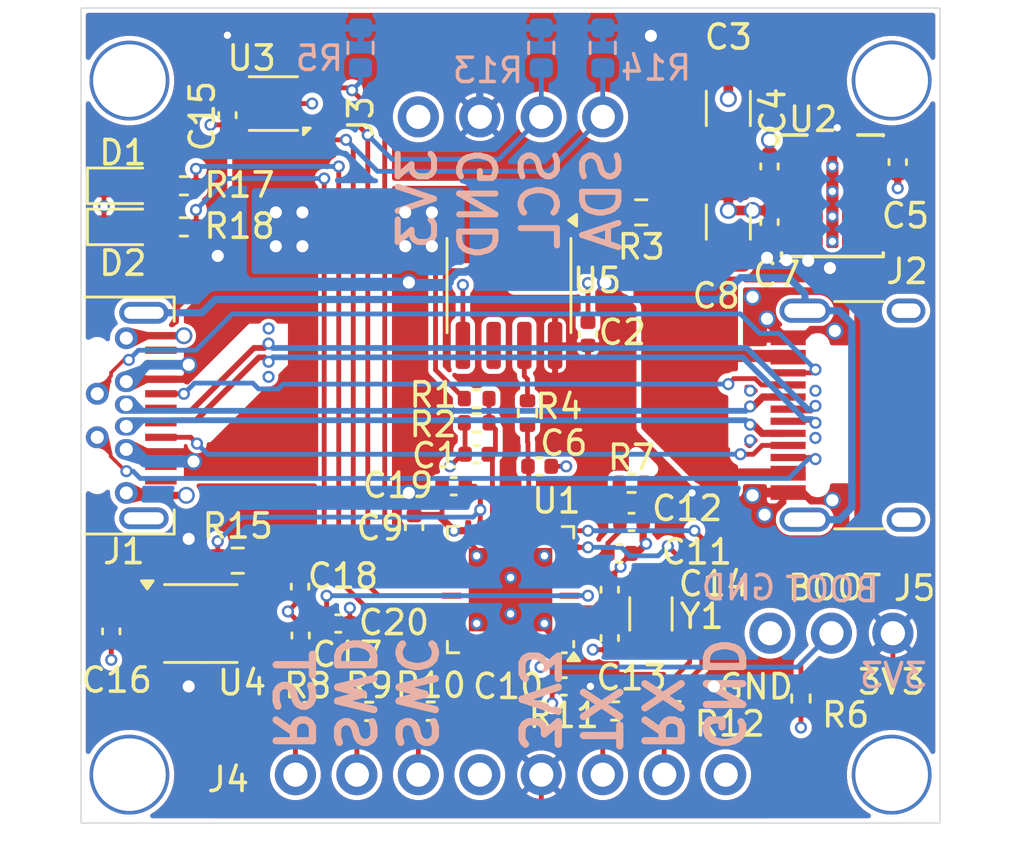
<source format=kicad_pcb>
(kicad_pcb (version 20241229) (generator "pcbnew") (generator_version "9.0")
  (layers (0 "F.Cu" signal) (4 "In1.Cu" signal) (6 "In2.Cu" signal) (2 "B.Cu" signal) (13 "F.Paste" user) (15 "B.Paste" user) (5 "F.SilkS" user "F.Silkscreen") (7 "B.SilkS" user "B.Silkscreen") (1 "F.Mask" user) (3 "B.Mask" user) (25 "Edge.Cuts" user))
  (net 0 "")
  (net 1 "/VSense")
  (net 2 "GND")
  (net 3 "+3V3")
  (net 4 "/VBus")
  (net 5 "Net-(U1-PC14)")
  (net 6 "Net-(U1-PC15)")
  (net 7 "Net-(U4-Trim{slash}NR)")
  (net 8 "Net-(C18-Pad1)")
  (net 9 "/VRef")
  (net 10 "Net-(D1-A)")
  (net 11 "Net-(D2-A)")
  (net 19 "/SBU1")
  (net 20 "/CC2")
  (net 21 "Earth")
  (net 22 "/SCL")
  (net 23 "Net-(J4-Pin_1)")
  (net 24 "Net-(J4-Pin_3)")
  (net 25 "Net-(J4-Pin_7)")
  (net 27 "Net-(J4-Pin_2)")
  (net 28 "Net-(J4-Pin_6)")
  (net 29 "/BOOT0")
  (net 30 "/RESET")
  (net 31 "/SWDIO")
  (net 32 "/SWCLK")
  (net 33 "/SERTX")
  (net 34 "/SERRX")
  (net 35 "/SDA")
  (net 36 "/Green")
  (net 37 "/Red")
  (net 42 "/Alert")
  (net 44 "/ISense")
  (net 54 "/SBU2")
  (net 55 "/CC1")
  (net 61 "/DB+")
  (net 62 "/DA+")
  (net 63 "/DB-")
  (net 64 "/DA-")
  (net 65 "/Vout")
  (net 67 "/Vdda")
  (net 68 "/PVcc")
  (net 69 "/VBusFilt")
  (net 70 "Net-(U5-VIOUT)")
  (footprint "Crystal:Crystal_SMD_3215-2Pin_3.2x1.5mm" (layer "F.Cu") (at 105.8 108.2 -90)
    (property "Reference" "Y1")
    (property "Value" "32768Hz")
  )
  (footprint "Capacitor_SMD:C_0402_1005Metric" (layer "F.Cu") (at 97.65 102.925 180)
    (property "Reference" "C19")
    (property "Value" "1u")
  )
  (footprint "Resistor_SMD:R_0402_1005Metric" (layer "F.Cu") (at 112 111.7 -90)
    (property "Reference" "R6")
    (property "Value" "10k")
  )
  (footprint "Resistor_SMD:R_0402_1005Metric" (layer "F.Cu") (at 98.6 100.3 180)
    (property "Reference" "R2")
    (property "Value" "18k")
  )
  (footprint "Resistor_SMD:R_0402_1005Metric" (layer "F.Cu") (at 98.6 99.3)
    (property "Reference" "R1")
    (property "Value" "100k")
  )
  (footprint "Resistor_SMD:R_0402_1005Metric" (layer "F.Cu") (at 100.7 99.9 90)
    (property "Reference" "R4")
    (property "Value" "220")
  )
  (footprint "Parts:USB_C_Receptacle_16P" (layer "F.Cu") (at 115.295 99.985 90)
    (property "Reference" "J2")
    (property "Value" "USB_C_Receptacle_USB2.0_14P")
  )
  (footprint "Parts:MountingHole_3mm_Pad" (layer "F.Cu") (at 84.25 86.15)
    (property "Reference" "H1" (hide yes))
    (property "Value" "MountingHole_Pad" (hide yes))
  )
  (footprint "Capacitor_SMD:C_0402_1005Metric" (layer "F.Cu") (at 104.5 105.7)
    (property "Reference" "C11")
    (property "Value" "0u1")
  )
  (footprint "Parts:PinHeader_1x04_P2.54mm_Vertical" (layer "F.Cu") (at 96.19 87.65 90)
    (property "Reference" "J3")
    (property "Value" "Display")
  )
  (footprint "Parts:MountingHole_3mm_Pad" (layer "F.Cu") (at 84.25 114.85)
    (property "Reference" "H3" (hide yes))
    (property "Value" "MountingHole_Pad" (hide yes))
  )
  (footprint "Parts:WSON-6-1EP_2x2mm_P0.65mm_NoEP" (layer "F.Cu") (at 90.2 87.1 180)
    (property "Reference" "U3")
    (property "Value" "TMP117xxDRV")
  )
  (footprint "Resistor_SMD:R_0402_1005Metric" (layer "F.Cu") (at 105 102.8)
    (property "Reference" "R7")
    (property "Value" "1")
  )
  (footprint "Package_SO:SOIC-8_3.9x4.9mm_P1.27mm" (layer "F.Cu") (at 99.935 94.625 -90)
    (property "Reference" "U5")
    (property "Value" "CC6903")
  )
  (footprint "Capacitor_SMD:C_0402_1005Metric" (layer "F.Cu") (at 116 89.518 -90)
    (property "Reference" "C5")
    (property "Value" "1u")
  )
  (footprint "Capacitor_SMD:C_0402_1005Metric" (layer "F.Cu") (at 83.5 108.925 -90)
    (property "Reference" "C16")
    (property "Value" "1u")
  )
  (footprint "Parts:PinHeader_1x08_P2.54mm_Vertical" (layer "F.Cu") (at 91.11 114.85 90)
    (property "Reference" "J4")
    (property "Value" "Program")
  )
  (footprint "Capacitor_SMD:C_0402_1005Metric" (layer "F.Cu") (at 92.88 108.6)
    (property "Reference" "C20")
    (property "Value" "0u1")
  )
  (footprint "Capacitor_SMD:C_0402_1005Metric" (layer "F.Cu") (at 96.015 104.615 90)
    (property "Reference" "C9")
    (property "Value" "0u1")
  )
  (footprint "Parts:RDN0011A-MFG" (layer "F.Cu") (at 113.3 90.45)
    (property "Reference" "U2")
    (property "Value" "TPSM365R6V3RDNR" (hide yes))
  )
  (footprint "Capacitor_SMD:C_0402_1005Metric" (layer "F.Cu") (at 104.1 107.2 90)
    (property "Reference" "C14")
    (property "Value" "22p")
  )
  (footprint "Package_SO:MSOP-8_3x3mm_P0.65mm" (layer "F.Cu") (at 87.2 108.6)
    (property "Reference" "U4")
    (property "Value" "REF5025ADGK")
  )
  (footprint "Parts:MountingHole_3mm_Pad" (layer "F.Cu") (at 115.75 114.85)
    (property "Reference" "H4" (hide yes))
    (property "Value" "MountingHole_Pad" (hide yes))
  )
  (footprint "Resistor_SMD:R_0402_1005Metric" (layer "F.Cu") (at 106.86 112.205)
    (property "Reference" "R12")
    (property "Value" "100")
  )
  (footprint "Capacitor_SMD:C_0402_1005Metric" (layer "F.Cu") (at 88.3 87.58 -90)
    (property "Reference" "C15")
    (property "Value" "0u1")
  )
  (footprint "Capacitor_SMD:C_0402_1005Metric" (layer "F.Cu") (at 105 104.4)
    (property "Reference" "C12")
    (property "Value" "10u")
  )
  (footprint "Resistor_SMD:R_0603_1608Metric" (layer "F.Cu") (at 105.4 91.6)
    (property "Reference" "R3")
    (property "Value" "0R1")
  )
  (footprint "Resistor_SMD:R_0402_1005Metric" (layer "F.Cu") (at 86.5 92.2 180)
    (property "Reference" "R18")
    (property "Value" "1k")
  )
  (footprint "Resistor_SMD:R_0402_1005Metric" (layer "F.Cu") (at 91.62 112.245)
    (property "Reference" "R8")
    (property "Value" "100")
  )
  (footprint "Capacitor_SMD:C_0402_1005Metric" (layer "F.Cu") (at 103.2 96.62 90)
    (property "Reference" "C2")
    (property "Value" "0u1")
  )
  (footprint "Capacitor_SMD:C_0402_1005Metric" (layer "F.Cu") (at 104.1 109.2 -90)
    (property "Reference" "C13")
    (property "Value" "22p")
  )
  (footprint "Resistor_SMD:R_0402_1005Metric" (layer "F.Cu") (at 96.7 112.225)
    (property "Reference" "R10")
    (property "Value" "100")
  )
  (footprint "Package_DFN_QFN:QFN-32-1EP_5x5mm_P0.5mm_EP3.45x3.45mm" (layer "F.Cu") (at 100 107.2 180)
    (property "Reference" "U1")
    (property "Value" "STM32U031K8Ux")
  )
  (footprint "LED_SMD:LED_0603_1608Metric" (layer "F.Cu") (at 84 90.5)
    (property "Reference" "D1")
    (property "Value" "White")
  )
  (footprint "Capacitor_SMD:C_1206_3216Metric" (layer "F.Cu") (at 109 92 90)
    (property "Reference" "C8")
    (property "Value" "100u")
  )
  (footprint "Capacitor_SMD:C_1206_3216Metric" (layer "F.Cu") (at 109 87.3 90)
    (property "Reference" "C3")
    (property "Value" "4u7")
  )
  (footprint "Resistor_SMD:R_0402_1005Metric" (layer "F.Cu") (at 104.32 112.215)
    (property "Reference" "R11")
    (property "Value" "100")
  )
  (footprint "Capacitor_SMD:C_0402_1005Metric" (layer "F.Cu") (at 91.3 107.075 -90)
    (property "Reference" "C18")
    (property "Value" "10u")
  )
  (footprint "Resistor_SMD:R_0402_1005Metric" (layer "F.Cu") (at 94.16 112.235)
    (property "Reference" "R9")
    (property "Value" "100")
  )
  (footprint "Resistor_SMD:R_0603_1608Metric" (layer "F.Cu") (at 88.725 106)
    (property "Reference" "R15")
    (property "Value" "1")
  )
  (footprint "Capacitor_SMD:C_0402_1005Metric" (layer "F.Cu") (at 101.2 102.1)
    (property "Reference" "C6")
    (property "Value" "10u")
  )
  (footprint "Capacitor_SMD:C_0402_1005Metric" (layer "F.Cu") (at 98.6 101.6 180)
    (property "Reference" "C1")
    (property "Value" "10u")
  )
  (footprint "Capacitor_SMD:C_0402_1005Metric" (layer "F.Cu") (at 110.7 89.7 90)
    (property "Reference" "C4")
    (property "Value" "0u1")
  )
  (footprint "LED_SMD:LED_0603_1608Metric" (layer "F.Cu") (at 84 92.2)
    (property "Reference" "D2")
    (property "Value" "Red")
  )
  (footprint "Capacitor_SMD:C_0402_1005Metric" (layer "F.Cu") (at 110.7 92 90)
    (property "Reference" "C7")
    (property "Value" "0u1")
  )
  (footprint "Parts:USB-C-male-24-Ass" (layer "F.Cu") (at 82.25 100 -90)
    (property "Reference" "J1")
    (property "Value" "USB_C_Plug")
  )
  (footprint "Parts:PinHeader_1x03_P2.54mm_Vertical" (layer "F.Cu") (at 115.8 109 -90)
    (property "Reference" "J5")
    (property "Value" "Boot")
  )
  (footprint "Capacitor_SMD:C_0402_1005Metric" (layer "F.Cu") (at 102.2 111.2 180)
    (property "Reference" "C10")
    (property "Value" "0u1")
  )
  (footprint "Resistor_SMD:R_0402_1005Metric" (layer "F.Cu") (at 86.5 90.5 180)
    (property "Reference" "R17")
    (property "Value" "1k")
  )
  (footprint "Capacitor_SMD:C_0402_1005Metric" (layer "F.Cu") (at 91.325 109.095 90)
    (property "Reference" "C17")
    (property "Value" "1u")
  )
  (footprint "Parts:MountingHole_3mm_Pad" (layer "B.Cu") (at 115.75 86.15 180)
    (property "Reference" "H2" (hide yes))
    (property "Value" "MountingHole_Pad" (hide yes))
  )
  (footprint "Resistor_SMD:R_0603_1608Metric" (layer "B.Cu") (at 93.8 84.8 -90)
    (property "Reference" "R5")
    (property "Value" "4k7")
  )
  (footprint "Resistor_SMD:R_0603_1608Metric" (layer "B.Cu") (at 103.81 84.8 -90)
    (property "Reference" "R14")
    (property "Value" "4k7")
  )
  (footprint "Resistor_SMD:R_0603_1608Metric" (layer "B.Cu") (at 101.27 84.8 -90)
    (property "Reference" "R13")
    (property "Value" "4k7")
  )
  (gr_rect (start 82.25 83.15) (end 117.75 116.85) (stroke (width 0.05)) (fill no) (layer "Edge.Cuts"))
  (gr_text "3V3" (at 114.265953 111.6 0) (layer "F.SilkS") (effects (font (size 1 1)) (justify left bottom)))
  (gr_text "GND" (at 108.52 111.8 0) (layer "F.SilkS") (effects (font (size 1 1)) (justify left bottom)))
  (gr_text "BOOT" (at 111.363572 107.7 0) (layer "F.SilkS") (effects (font (size 1 1)) (justify left bottom)))
  (gr_text "SCL" (at 102.11375 88.8 90) (layer "B.SilkS") (effects (font (size 1.5 1.5) (thickness 0.25)) (justify left bottom mirror)))
  (gr_text "3V3" (at 97.03375 88.8 90) (layer "B.SilkS") (effects (font (size 1.5 1.5) (thickness 0.25)) (justify left bottom mirror)))
  (gr_text "3V3" (at 100.274 114 270) (layer "B.SilkS") (effects (font (size 1.5 1.5) (thickness 0.3) (bold yes)) (justify left bottom mirror)))
  (gr_text "SDA" (at 104.65375 88.8 90) (layer "B.SilkS") (effects (font (size 1.5 1.5) (thickness 0.25)) (justify left bottom mirror)))
  (gr_text "BOOT" (at 115.313572 107.78 0) (layer "B.SilkS") (effects (font (size 1 1)) (justify left bottom mirror)))
  (gr_text "GND" (at 111.04 107.70175 0) (layer "B.SilkS") (effects (font (size 1 1)) (justify left bottom mirror)))
  (gr_text "TX" (at 102.814 114 270) (layer "B.SilkS") (effects (font (size 1.5 1.5) (thickness 0.3) (bold yes)) (justify left bottom mirror)))
  (gr_text "SWC" (at 95.194 114 270) (layer "B.SilkS") (effects (font (size 1.5 1.5) (thickness 0.3) (bold yes)) (justify left bottom mirror)))
  (gr_text "GND" (at 107.894 114 270) (layer "B.SilkS") (effects (font (size 1.5 1.5) (thickness 0.3) (bold yes)) (justify left bottom mirror)))
  (gr_text "RST" (at 90.114 114 270) (layer "B.SilkS") (effects (font (size 1.5 1.5) (thickness 0.3) (bold yes)) (justify left bottom mirror)))
  (gr_text "RX" (at 105.354 114 270) (layer "B.SilkS") (effects (font (size 1.5 1.5) (thickness 0.3) (bold yes)) (justify left bottom mirror)))
  (gr_text "3V3" (at 117.305953 111.34 0) (layer "B.SilkS") (effects (font (size 1 1)) (justify left bottom mirror)))
  (gr_text "SWD" (at 92.654 114 270) (layer "B.SilkS") (effects (font (size 1.5 1.5) (thickness 0.3) (bold yes)) (justify left bottom mirror)))
  (gr_text "GND" (at 99.57375 88.8 90) (layer "B.SilkS") (effects (font (size 1.5 1.5) (thickness 0.25)) (justify left bottom mirror)))
  (segment (start 99.25 104.7625) (end 99.25 101.725) (width 0.2) (layer "F.Cu") (net 1))
  (segment (start 99.375 101.6) (end 99.375 100.565) (width 0.2) (layer "F.Cu") (net 1))
  (segment (start 99.375 100.565) (end 99.11 100.3) (width 0.2) (layer "F.Cu") (net 1))
  (segment (start 99.11 100.3) (end 99.11 99.3) (width 0.2) (layer "F.Cu") (net 1))
  (segment (start 104.55 106.13) (end 104.98 105.7) (width 0.2) (layer "F.Cu") (net 2))
  (segment (start 110.5 95.985) (end 111.25 96.735) (width 0.4) (layer "F.Cu") (net 2))
  (segment (start 97.17 102.925) (end 97.17 104.23) (width 0.2) (layer "F.Cu") (net 2))
  (segment (start 110 103.3) (end 110.115 103.185) (width 0.4) (layer "F.Cu") (net 2))
  (segment (start 83.5 109.405) (end 83.5 110.1) (width 0.2) (layer "F.Cu") (net 2))
  (segment (start 93.36 108.6) (end 93.36 107.985) (width 0.2) (layer "F.Cu") (net 2))
  (segment (start 87.6 87.98) (end 88.3 87.98) (width 0.2) (layer "F.Cu") (net 2))
  (segment (start 113.074 103.526) (end 112.426 103.526) (width 0.3) (layer "F.Cu") (net 2))
  (segment (start 112 112.21) (end 112 112.9) (width 0.2) (layer "F.Cu") (net 2))
  (segment (start 97.17 104.23) (end 97.15 104.25) (width 0.2) (layer "F.Cu") (net 2))
  (segment (start 110.5 95.9) (end 110.5 95.985) (width 0.3) (layer "F.Cu") (net 2))
  (segment (start 91.3 107.6) (end 90.8 108.1) (width 0.2) (layer "F.Cu") (net 2))
  (segment (start 84.075 109.575) (end 85.0875 109.575) (width 0.2) (layer "F.Cu") (net 2))
  (segment (start 112.556 96.444) (end 112.559 96.441) (width 0.3) (layer "F.Cu") (net 2))
  (segment (start 105.6 105.3) (end 105.48 105.18) (width 0.3) (layer "F.Cu") (net 2))
  (segment (start 101.75 109.15) (end 101.4 108.8) (width 0.2) (layer "F.Cu") (net 2))
  (segment (start 112.085 103.185) (end 111.47 103.185) (width 0.3) (layer "F.Cu") (net 2))
  (segment (start 113.341 96.441) (end 113.4 96.5) (width 0.3) (layer "F.Cu") (net 2))
  (segment (start 112.084347 96.785) (end 112.425347 96.444) (width 0.3) (layer "F.Cu") (net 2))
  (segment (start 101.75 109.6375) (end 101.75 109.15) (width 0.2) (layer "F.Cu") (net 2))
  (segment (start 110.115 103.185) (end 111.47 103.185) (width 0.4) (layer "F.Cu") (net 2))
  (segment (start 112.425347 96.444) (end 112.556 96.444) (width 0.3) (layer "F.Cu") (net 2))
  (segment (start 101.72 110.52) (end 101.75 110.49) (width 0.2) (layer "F.Cu") (net 2))
  (segment (start 104.1 106.7) (end 104.55 106.25) (width 0.2) (layer "F.Cu") (net 2))
  (segment (start 85.55 103.3) (end 84.22 103.3) (width 0.3) (layer "F.Cu") (net 2))
  (segment (start 111.25 103.57257) (end 111.25 103.235) (width 0.3) (layer "F.Cu") (net 2))
  (segment (start 85.525 96.7) (end 86.5 96.7) (width 0.3) (layer "F.Cu") (net 2))
  (segment (start 111.47 96.785) (end 110.355 96.785) (width 0.4) (layer "F.Cu") (net 2))
  (segment (start 101.75 110.49) (end 101.75 109.6375) (width 0.2) (layer "F.Cu") (net 2))
  (segment (start 96.015 104.135) (end 97.035 104.135) (width 0.3) (layer "F.Cu") (net 2))
  (segment (start 98.03 94.695) (end 98.03 97.1) (width 0.2) (layer "F.Cu") (net 2))
  (segment (start 85.55 96.7) (end 84.22 96.7) (width 0.3) (layer "F.Cu") (net 2))
  (segment (start 112.559 96.441) (end 113.341 96.441) (width 0.3) (layer "F.Cu") (net 2))
  (segment (start 101.72 111.2) (end 101.72 110.52) (width 0.2) (layer "F.Cu") (net 2))
  (segment (start 101.72 111.9) (end 101.72 111.2) (width 0.2) (layer "F.Cu") (net 2))
  (segment (start 110 95.1) (end 110.5 95.6) (width 0.3) (layer "F.Cu") (net 2))
  (segment (start 98.25 104.7625) (end 98.25 105.199999) (width 0.2) (layer "F.Cu") (net 2))
  (segment (start 101.68 102.1) (end 102.3 102.1) (width 0.2) (layer "F.Cu") (net 2))
  (segment (start 105.6 105.3) (end 105.2 105.7) (width 0.3) (layer "F.Cu") (net 2))
  (segment (start 112.426 103.526) (end 112.085 103.185) (width 0.3) (layer "F.Cu") (net 2))
  (segment (start 83.905 109.405) (end 84.075 109.575) (width 0.2) (layer "F.Cu") (net 2))
  (segment (start 97.035 104.135) (end 97.6625 104.7625) (width 0.3) (layer "F.Cu") (net 2))
  (segment (start 97.5 102.1) (end 98 101.6) (width 0.2) (layer "F.Cu") (net 2))
  (segment (start 111.47 96.785) (end 112.084347 96.785) (width 0.3) (layer "F.Cu") (net 2))
  (segment (start 110.355 96.785) (end 110 96.43) (width 0.4) (layer "F.Cu") (net 2))
  (segment (start 83.2 92.1125) (end 83.2 90.5875) (width 0.2) (layer "F.Cu") (net 2))
  (segment (start 110.72257 104.1) (end 111.25 103.57257) (width 0.3) (layer "F.Cu") (net 2))
  (segment (start 91.315 108.615) (end 90.8 108.1) (width 0.2) (layer "F.Cu") (net 2))
  (segment (start 104.1 109.68) (end 103.4 109.68) (width 0.2) (layer "F.Cu") (net 2))
  (segment (start 105.2 105.7) (end 104.98 105.7) (width 0.3) (layer "F.Cu") (net 2))
  (segment (start 104.55 106.25) (end 104.55 106.13) (width 0.2) (layer "F.Cu") (net 2))
  (segment (start 105.48 105.18) (end 105.48 104.4) (width 0.3) (layer "F.Cu") (net 2))
  (segment (start 109 91.52) (end 109 90.525) (width 0.4) (layer "F.Cu") (net 2))
  (segment (start 98.25 104.7625) (end 97.6625 104.7625) (width 0.3) (layer "F.Cu") (net 2))
  (segment (start 116 89.998) (end 116 90.6) (width 0.3) (layer "F.Cu") (net 2))
  (segment (start 110.5 104.1) (end 110.72257 104.1) (width 0.3) (layer "F.Cu") (net 2))
  (segment (start 103.2 94.525) (end 103.2 96.14) (width 0.2) (layer "F.Cu") (net 2))
  (segment (start 91.175 87.1) (end 91.8 87.1) (width 0.2) (layer "F.Cu") (net 2))
  (segment (start 83.5 109.405) (end 83.905 109.405) (width 0.2) (layer "F.Cu") (net 2))
  (segment (start 110.7 89.22) (end 110.7 88.6) (width 0.4) (layer "F.Cu") (net 2))
  (segment (start 109 85.825) (end 109 86.9) (width 0.4) (layer "F.Cu") (net 2))
  (segment (start 110.5 95.6) (end 110.5 95.9) (width 0.3) (layer "F.Cu") (net 2))
  (segment (start 98.6 105.549999) (end 98.6 105.8) (width 0.2) (layer "F.Cu") (net 2))
  (segment (start 98.12 101.6) (end 98.12 100.345) (width 0.2) (layer "F.Cu") (net 2))
  (segment (start 110 96.43) (end 110 95.1) (width 0.4) (layer "F.Cu") (net 2))
  (segment (start 98.25 105.199999) (end 98.6 105.549999) (width 0.2) (layer "F.Cu") (net 2))
  (segment (start 85.525 103.3) (end 86.6 103.3) (width 0.3) (layer "F.Cu") (net 2))
  (segment (start 109 91.52) (end 110.7 91.52) (width 0.4) (layer "F.Cu") (net 2))
  (via (at 103.4 109.68) (size 0.5) (drill 0.3) (layers "F.Cu" "B.Cu") (net 2))
  (via (at 113.3 89.7) (size 0.5) (drill 0.3) (layers "F.Cu" "B.Cu") (net 2))
  (via (at 112.6 100.925003) (size 0.5) (drill 0.3) (layers "F.Cu" "B.Cu") (net 2))
  (via (at 110.7 88.6) (size 0.7) (drill 0.5) (layers "F.Cu" "B.Cu") (net 2))
  (via (at 100 108.2) (size 0.5) (drill 0.3) (layers "F.Cu" "B.Cu") (net 2))
  (via (at 98.6 108.6) (size 0.5) (drill 0.3) (layers "F.Cu" "B.Cu") (net 2))
  (via (at 87.6 87.98) (size 0.5) (drill 0.3) (layers "F.Cu" "B.Cu") (net 2))
  (via (at 91.8 87.1) (size 0.5) (drill 0.3) (layers "F.Cu" "B.Cu") (net 2))
  (via (at 93.36 107.955) (size 0.5) (drill 0.3) (layers "F.Cu" "B.Cu") (net 2))
  (via (at 112.6 98.974997) (size 0.5) (drill 0.3) (layers "F.Cu" "B.Cu") (net 2))
  (via (at 101.4 108.6) (size 0.5) (drill 0.3) (layers "F.Cu" "B.Cu") (net 2))
  (via (at 102.3 102.1) (size 0.5) (drill 0.3) (layers "F.Cu" "B.Cu") (net 2))
  (via (at 103.2 94.525) (size 0.5) (drill 0.3) (layers "F.Cu" "B.Cu") (net 2))
  (via (at 104.55 106.25) (size 0.5) (drill 0.3) (layers "F.Cu" "B.Cu") (net 2))
  (via (at 98.03 94.6) (size 0.5) (drill 0.3) (layers "F.Cu" "B.Cu") (net 2))
  (via (at 101.4 105.8) (size 0.5) (drill 0.3) (layers "F.Cu" "B.Cu") (net 2))
  (via (at 86.6 103.3) (size 0.7) (drill 0.5) (layers "F.Cu" "B.Cu") (net 2))
  (via (at 113.3 91.766667) (size 0.5) (drill 0.3) (layers "F.Cu" "B.Cu") (net 2))
  (via (at 90.8 108.1) (size 0.5) (drill 0.3) (layers "F.Cu" "B.Cu") (net 2))
  (via (at 97.5 102.1) (size 0.5) (drill 0.3) (layers "F.Cu" "B.Cu") (net 2))
  (via (at 110 95.1) (size 0.7) (drill 0.5) (layers "F.Cu" "B.Cu") (net 2))
  (via (at 110 91.52) (size 0.7) (drill 0.5) (layers "F.Cu" "B.Cu") (net 2))
  (via (at 101.72 111.9) (size 0.5) (drill 0.3) (layers "F.Cu" "B.Cu") (net 2))
  (via (at 100 106.7) (size 0.5) (drill 0.3) (layers "F.Cu" "B.Cu") (net 2))
  (via (at 116 90.6) (size 0.5) (drill 0.3) (layers "F.Cu" "B.Cu") (net 2))
  (via (at 113.3 103.5) (size 0.7) (drill 0.5) (layers "F.Cu" "B.Cu") (net 2))
  (via (at 112 112.9) (size 0.5) (drill 0.3) (layers "F.Cu" "B.Cu") (net 2))
  (via (at 97.6625 104.7625) (size 0.5) (drill 0.3) (layers "F.Cu" "B.Cu") (net 2))
  (via (at 109.9 101.025003) (size 0.5) (drill 0.3) (layers "F.Cu" "B.Cu") (net 2))
  (via (at 86.5 96.7) (size 0.7) (drill 0.5) (layers "F.Cu" "B.Cu") (net 2))
  (via (at 83.2 91.35) (size 0.5) (drill 0.3) (layers "F.Cu" "B.Cu") (net 2))
  (via (at 90 98.4) (size 0.5) (drill 0.3) (layers "F.Cu" "B.Cu") (net 2))
  (via (at 109.9 98.974997) (size 0.5) (drill 0.3) (layers "F.Cu" "B.Cu") (net 2))
  (via (at 110.6 96) (size 0.7) (drill 0.5) (layers "F.Cu" "B.Cu") (net 2))
  (via (at 109 91.52) (size 0.7) (drill 0.5) (layers "F.Cu" "B.Cu") (net 2))
  (via (at 113.3 90.733333) (size 0.5) (drill 0.3) (layers "F.Cu" "B.Cu") (net 2))
  (via (at 110.5 104.1) (size 0.7) (drill 0.5) (layers "F.Cu" "B.Cu") (net 2))
  (via (at 113.4 96.5) (size 0.7) (drill 0.5) (layers "F.Cu" "B.Cu") (net 2))
  (via (at 105.6 105.3) (size 0.5) (drill 0.3) (layers "F.Cu" "B.Cu") (net 2))
  (via (at 110 103.3) (size 0.7) (drill 0.5) (layers "F.Cu" "B.Cu") (net 2))
  (via (at 109 86.9) (size 0.7) (drill 0.5) (layers "F.Cu" "B.Cu") (net 2))
  (via (at 90 96.4) (size 0.5) (drill 0.3) (layers "F.Cu" "B.Cu") (net 2))
  (via (at 83.5 110.1) (size 0.5) (drill 0.3) (layers "F.Cu" "B.Cu") (net 2))
  (via (at 113.3 92.8) (size 0.5) (drill 0.3) (layers "F.Cu" "B.Cu") (net 2))
  (via (at 98.6 105.8) (size 0.5) (drill 0.3) (layers "F.Cu" "B.Cu") (net 2))
  (segment (start 87.749 116.549) (end 101.2 116.549) (width 0.2) (layer "F.Cu") (net 3))
  (segment (start 105 100.7) (end 105 96.6) (width 0.4) (layer "F.Cu") (net 3))
  (segment (start 86.700169 108.600169) (end 86.700169 111.199831) (width 0.2) (layer "F.Cu") (net 3))
  (segment (start 109.32 92.48) (end 109 92.8) (width 0.4) (layer "F.Cu") (net 3))
  (segment (start 88.38 87.1) (end 89.225 87.1) (width 0.2) (layer "F.Cu") (net 3))
  (segment (start 113.799999 88.399999) (end 113.799999 88.950002) (width 0.2) (layer "F.Cu") (net 3))
  (segment (start 86.7 108.3) (end 86.7 105.1) (width 0.2) (layer "F.Cu") (net 3))
  (segment (start 108.4 104.1) (end 108.4 111.2) (width 0.3) (layer "F.Cu") (net 3))
  (segment (start 96.37 105.45) (end 97.5625 105.45) (width 0.2) (layer "F.Cu") (net 3))
  (segment (start 84.125 108.275) (end 85.0875 108.275) (width 0.3) (layer "F.Cu") (net 3))
  (segment (start 107.5 103.2) (end 108.4 104.1) (width 0.3) (layer "F.Cu") (net 3))
  (segment (start 109 93.475) (end 110.6 93.475) (width 0.4) (layer "F.Cu") (net 3))
  (segment (start 101.2 116.549) (end 110.551 116.549) (width 0.2) (layer "F.Cu") (net 3))
  (segment (start 86.7 108.6) (end 86.7 108.3) (width 0.2) (layer "F.Cu") (net 3))
  (segment (start 111.620001 92.48) (end 110.7 92.48) (width 0.4) (layer "F.Cu") (net 3))
  (segment (start 101.27 114.85) (end 101.27 116.479) (width 0.2) (layer "F.Cu") (net 3))
  (segment (start 103.92454 94.499124) (end 104.000416 94.575) (width 0.4) (layer "F.Cu") (net 3))
  (segment (start 83.955 108.445) (end 84.125 108.275) (width 0.3) (layer "F.Cu") (net 3))
  (segment (start 86.7 115.5) (end 87.749 116.549) (width 0.2) (layer "F.Cu") (net 3))
  (segment (start 115.8 111.3) (end 115.8 109) (width 0.2) (layer "F.Cu") (net 3))
  (segment (start 102.4375 110.0375) (end 102.68 110.28) (width 0.2) (layer "F.Cu") (net 3))
  (segment (start 86.7 111.2) (end 86.7 115.5) (width 0.2) (layer "F.Cu") (net 3))
  (segment (start 113.5 88.1) (end 113.799999 88.399999) (width 0.2) (layer "F.Cu") (net 3))
  (segment (start 86.7 108.6) (end 86.700169 108.600169) (width 0.2) (layer "F.Cu") (net 3))
  (segment (start 110.551 116.549) (end 115.8 111.3) (width 0.2) (layer "F.Cu") (net 3))
  (segment (start 96.015 105.095) (end 96.37 105.45) (width 0.2) (layer "F.Cu") (net 3))
  (segment (start 85.0875 108.275) (end 86.675 108.275) (width 0.2) (layer "F.Cu") (net 3))
  (segment (start 86.675 108.275) (end 86.7 108.3) (width 0.2) (layer "F.Cu") (net 3))
  (segment (start 105 96.6) (end 105 95.574584) (width 0.4) (layer "F.Cu") (net 3))
  (segment (start 102.4375 108.95) (end 102.4375 110.0375) (width 0.2) (layer "F.Cu") (net 3))
  (segment (start 105 95.574584) (end 103.92454 94.499124) (width 0.4) (layer "F.Cu") (net 3))
  (segment (start 89.225 86.45) (end 89.225 87.1) (width 0.2) (layer "F.Cu") (net 3))
  (segment (start 86.8 87.5) (end 87.2 87.1) (width 0.4) (layer "F.Cu") (net 3))
  (segment (start 105 97.1) (end 105 96.6) (width 0.2) (layer "F.Cu") (net 3))
  (segment (start 102.68 111.2) (end 103.3 111.2) (width 0.2) (layer "F.Cu") (net 3))
  (segment (start 95.8 103.2) (end 95.8 103.325) (width 0.2) (layer "F.Cu") (net 3))
  (segment (start 101.27 114.85) (end 102.68 113.44) (width 0.2) (layer "F.Cu") (net 3))
  (segment (start 95.8 103.2) (end 95.8 94.5) (width 0.4) (layer "F.Cu") (net 3))
  (segment (start 88.3 84.275) (end 88.3 87.02) (width 0.3) (layer "F.Cu") (net 3))
  (segment (start 102.68 113.44) (end 102.68 111.2) (width 0.2) (layer "F.Cu") (net 3))
  (segment (start 95.4 104.7) (end 95.795 105.095) (width 0.2) (layer "F.Cu") (net 3))
  (segment (start 110.7 92.48) (end 109.32 92.48) (width 0.4) (layer "F.Cu") (net 3))
  (segment (start 95.795 105.095) (end 96.015 105.095) (width 0.2) (layer "F.Cu") (net 3))
  (segment (start 83.5 108.445) (end 83.955 108.445) (width 0.3) (layer "F.Cu") (net 3))
  (segment (start 107.5 103.2) (end 107.1 102.8) (width 0.2) (layer "F.Cu") (net 3))
  (segment (start 95.4 103.725) (end 95.4 104.7) (width 0.2) (layer "F.Cu") (net 3))
  (segment (start 101.27 116.479) (end 101.2 116.549) (width 0.2) (layer "F.Cu") (net 3))
  (segment (start 86.700169 111.199831) (end 86.7 111.2) (width 0.2) (layer "F.Cu") (net 3))
  (segment (start 107.1 102.8) (end 105.51 102.8) (width 0.2) (layer "F.Cu") (net 3))
  (segment (start 87.2 87.1) (end 88.3 87.1) (width 0.4) (layer "F.Cu") (net 3))
  (segment (start 103.2 97.1) (end 105 97.1) (width 0.2) (layer "F.Cu") (net 3))
  (segment (start 102.68 110.28) (end 102.68 111.2) (width 0.2) (layer "F.Cu") (net 3))
  (segment (start 107.5 103.2) (end 105 100.7) (width 0.4) (layer "F.Cu") (net 3))
  (segment (start 95.8 103.325) (end 95.4 103.725) (width 0.2) (layer "F.Cu") (net 3))
  (segment (start 109 92.8) (end 109 93.475) (width 0.4) (layer "F.Cu") (net 3))
  (via (at 111.4 93.575) (size 0.7) (drill 0.5) (layers "F.Cu" "B.Cu") (net 3))
  (via (at 86.7 111.2) (size 0.7) (drill 0.5) (layers "F.Cu" "B.Cu") (net 3))
  (via (at 105.8 84.3) (size 0.7) (drill 0.5) (layers "F.Cu" "B.Cu") (net 3))
  (via (at 103.3 111.2) (size 0.5) (drill 0.3) (layers "F.Cu" "B.Cu") (net 3))
  (via (at 88.3 84.275) (size 0.5) (drill 0.3) (layers "F.Cu" "B.Cu") (net 3))
  (via (at 113.5 88.1) (size 0.5) (drill 0.3) (layers "F.Cu" "B.Cu") (net 3))
  (via (at 103.92454 94.499124) (size 0.7) (drill 0.5) (layers "F.Cu" "B.Cu") (net 3))
  (via (at 95.8 94.5) (size 0.7) (drill 0.5) (layers "F.Cu" "B.Cu") (net 3))
  (via (at 113.2 93.9) (size 0.7) (drill 0.5) (layers "F.Cu" "B.Cu") (net 3))
  (via (at 108.4 111.2) (size 0.7) (drill 0.5) (layers "F.Cu" "B.Cu") (net 3))
  (via (at 95.8 103.2) (size 0.7) (drill 0.5) (layers "F.Cu" "B.Cu") (net 3))
  (via (at 86.7 105.1) (size 0.7) (drill 0.5) (layers "F.Cu" "B.Cu") (net 3))
  (via (at 107.5 103.2) (size 0.5) (drill 0.3) (layers "F.Cu" "B.Cu") (net 3))
  (via (at 112.3 93.6) (size 0.7) (drill 0.5) (layers "F.Cu" "B.Cu") (net 3))
  (via (at 110.6 93.475) (size 0.7) (drill 0.5) (layers "F.Cu" "B.Cu") (net 3))
  (via (at 87.9 93.4) (size 0.7) (drill 0.5) (layers "F.Cu" "B.Cu") (net 3))
  (segment (start 97.812123 94.074) (end 97.504 94.382123) (width 0.3) (layer "B.Cu") (net 3))
  (segment (start 84.7 91.8) (end 84.7 88.975) (width 0.4) (layer "B.Cu") (net 3))
  (segment (start 103.425416 94) (end 98.2 94) (width 0.3) (layer "B.Cu") (net 3))
  (segment (start 107.5 103.2) (end 95.8 103.2) (width 0.2) (layer "B.Cu") (net 3))
  (segment (start 98.75 84.025) (end 98.8 83.975) (width 0.2) (layer "B.Cu") (net 3))
  (segment (start 109.975 84.275) (end 111.9 86.2) (width 0.4) (layer "B.Cu") (net 3))
  (segment (start 105.825 84.275) (end 109.975 84.275) (width 0.4) (layer "B.Cu") (net 3))
  (segment (start 98.73 87.65) (end 98.73 84.005) (width 0.3) (layer "B.Cu") (net 3))
  (segment (start 110.6 93.475) (end 110.825 93.475) (width 0.4) (layer "B.Cu") (net 3))
  (segment (start 108.4 111.2) (end 113.6 111.2) (width 0.4) (layer "B.Cu") (net 3))
  (segment (start 88.6 83.975) (end 88.3 84.275) (width 0.3) (layer "B.Cu") (net 3))
  (segment (start 93.8 83.975) (end 89.7 83.975) (width 0.3) (layer "B.Cu") (net 3))
  (segment (start 106.075 94) (end 108.8 94) (width 0.4) (layer "B.Cu") (net 3))
  (segment (start 105.075 94.575) (end 105.5 94.575) (width 0.4) (layer "B.Cu") (net 3))
  (segment (start 88.6 103.2) (end 86.7 105.1) (width 0.2) (layer "B.Cu") (net 3))
  (segment (start 95.725 103.2) (end 88.6 103.2) (width 0.2) (layer "B.Cu") (net 3))
  (segment (start 98.7 83.975) (end 98.8 83.975) (width 0.3) (layer "B.Cu") (net 3))
  (segment (start 97.504 94.5) (end 95.8 94.5) (width 0.3) (layer "B.Cu") (net 3))
  (segment (start 103.3 111.2) (end 89.1 111.2) (width 0.2) (layer "B.Cu") (net 3))
  (segment (start 95.8 103.275) (end 95.725 103.2) (width 0.2) (layer "B.Cu") (net 3))
  (segment (start 97.504 94.382123) (end 97.504 94.5) (width 0.3) (layer "B.Cu") (net 3))
  (segment (start 89.1 111.2) (end 86.7 111.2) (width 0.2) (layer "B.Cu") (net 3))
  (segment (start 95.8 103.2) (end 95.8 103.275) (width 0.2) (layer "B.Cu") (net 3))
  (segment (start 111.9 92.4) (end 111.9 86.2) (width 0.4) (layer "B.Cu") (net 3))
  (segment (start 104.999124 94.499124) (end 105.075 94.575) (width 0.4) (layer "B.Cu") (net 3))
  (segment (start 95.8 94.5) (end 89 94.5) (width 0.4) (layer "B.Cu") (net 3))
  (segment (start 109.3 93.5) (end 110.575 93.5) (width 0.4) (layer "B.Cu") (net 3))
  (segment (start 105.475 83.975) (end 105.8 84.3) (width 0.3) (layer "B.Cu") (net 3))
  (segment (start 113.4 87.7) (end 111.9 86.2) (width 0.4) (layer "B.Cu") (net 3))
  (segment (start 84.7 88.975) (end 89.4 84.275) (width 0.4) (layer "B.Cu") (net 3))
  (segment (start 103.92454 94.499124) (end 103.425416 94) (width 0.3) (layer "B.Cu") (net 3))
  (segment (start 86.3 93.4) (end 84.7 91.8) (width 0.4) (layer "B.Cu") (net 3))
  (segment (start 113.610688 88.183872) (end 113.610688 88.010689) (width 0.4) (layer "B.Cu") (net 3))
  (segment (start 89.11 111.21) (end 89.1 111.2) (width 0.2) (layer "B.Cu") (net 3))
  (segment (start 87.9 93.4) (end 86.3 93.4) (width 0.4) (layer "B.Cu") (net 3))
  (segment (start 113.6 111.2) (end 115.8 109) (width 0.4) (layer "B.Cu") (net 3))
  (segment (start 105.8 84.3) (end 105.825 84.275) (width 0.4) (layer "B.Cu") (net 3))
  (segment (start 113.610688 88.010689) (end 113.4 87.800001) (width 0.4) (layer "B.Cu") (net 3))
  (segment (start 103.75 83.975) (end 105.475 83.975) (width 0.3) (layer "B.Cu") (net 3))
  (segment (start 103.92454 94.499124) (end 104.999124 94.499124) (width 0.4) (layer "B.Cu") (net 3))
  (segment (start 110.575 93.5) (end 110.6 93.475) (width 0.4) (layer "B.Cu") (net 3))
  (segment (start 89 94.5) (end 87.9 93.4) (width 0.4) (layer "B.Cu") (net 3))
  (segment (start 98.126 94.074) (end 97.812123 94.074) (width 0.3) (layer "B.Cu") (net 3))
  (segment (start 89.11 113.2) (end 89.11 111.21) (width 0.2) (layer "B.Cu") (net 3))
  (segment (start 98.73 84.005) (end 98.7 83.975) (width 0.3) (layer "B.Cu") (net 3))
  (segment (start 108.8 94) (end 109.3 93.5) (width 0.4) (layer "B.Cu") (net 3))
  (segment (start 98.8 83.975) (end 103.75 83.975) (width 0.3) (layer "B.Cu") (net 3))
  (segment (start 105.5 94.575) (end 106.075 94) (width 0.4) (layer "B.Cu") (net 3))
  (segment (start 110.825 93.475) (end 111.9 92.4) (width 0.4) (layer "B.Cu") (net 3))
  (segment (start 98.2 94) (end 98.126 94.074) (width 0.3) (layer "B.Cu") (net 3))
  (segment (start 93.8 83.975) (end 98.7 83.975) (width 0.3) (layer "B.Cu") (net 3))
  (segment (start 103.3 111.2) (end 108.4 111.2) (width 0.4) (layer "B.Cu") (net 3))
  (segment (start 113.4 87.800001) (end 113.4 87.7) (width 0.4) (layer "B.Cu") (net 3))
  (segment (start 109.135 102.435) (end 111.25 102.435) (width 0.5) (layer "F.Cu") (net 4))
  (segment (start 109 97.6) (end 107.9 98.7) (width 0.5) (layer "F.Cu") (net 4))
  (segment (start 107.9 98.7) (end 107.9 101.2) (width 0.5) (layer "F.Cu") (net 4))
  (segment (start 109 96.9) (end 109 97.6) (width 0.5) (layer "F.Cu") (net 4))
  (segment (start 109 96.1) (end 105.7 92.8) (width 0.5) (layer "F.Cu") (net 4))
  (segment (start 102.825867 92.15) (end 101.02 92.15) (width 0.5) (layer "F.Cu") (net 4))
  (segment (start 103.475867 92.8) (end 102.825867 92.15) (width 0.5) (layer "F.Cu") (net 4))
  (segment (start 111.25 97.535) (end 109.235 97.535) (width 0.5) (layer "F.Cu") (net 4))
  (segment (start 109.235 97.535) (end 109 97.3) (width 0.5) (layer "F.Cu") (net 4))
  (segment (start 109 97.3) (end 109 96.1) (width 0.5) (layer "F.Cu") (net 4))
  (segment (start 105.7 92.8) (end 103.475867 92.8) (width 0.5) (layer "F.Cu") (net 4))
  (segment (start 107.9 101.2) (end 109.135 102.435) (width 0.5) (layer "F.Cu") (net 4))
  (segment (start 102.4375 108.45) (end 103.45 108.45) (width 0.2) (layer "F.Cu") (net 5))
  (segment (start 104.1 108.72) (end 105.07 108.72) (width 0.2) (layer "F.Cu") (net 5))
  (segment (start 105.07 108.72) (end 105.8 109.45) (width 0.2) (layer "F.Cu") (net 5))
  (segment (start 103.72 108.72) (end 104.1 108.72) (width 0.2) (layer "F.Cu") (net 5))
  (segment (start 103.45 108.45) (end 103.72 108.72) (width 0.2) (layer "F.Cu") (net 5))
  (segment (start 103.72 107.68) (end 104 107.68) (width 0.2) (layer "F.Cu") (net 6))
  (segment (start 104.1 107.68) (end 105.07 107.68) (width 0.2) (layer "F.Cu") (net 6))
  (segment (start 103.45 107.95) (end 103.72 107.68) (width 0.2) (layer "F.Cu") (net 6))
  (segment (start 105.07 107.68) (end 105.8 106.95) (width 0.2) (layer "F.Cu") (net 6))
  (segment (start 102.4375 107.95) (end 103.45 107.95) (width 0.2) (layer "F.Cu") (net 6))
  (segment (start 89.3125 109.575) (end 91.325 109.575) (width 0.2) (layer "F.Cu") (net 7))
  (segment (start 89.55 106) (end 91.1 106) (width 0.2) (layer "F.Cu") (net 8))
  (segment (start 91.3 106.2) (end 91.3 106.595) (width 0.2) (layer "F.Cu") (net 8))
  (segment (start 91.1 106) (end 91.3 106.2) (width 0.2) (layer "F.Cu") (net 8))
  (segment (start 98.75 103.15) (end 98.525 102.925) (width 0.2) (layer "F.Cu") (net 9))
  (segment (start 98.525 102.925) (end 98.13 102.925) (width 0.2) (layer "F.Cu") (net 9))
  (segment (start 87.9 105.2) (end 87.9 108.6) (width 0.2) (layer "F.Cu") (net 9))
  (segment (start 88.225 108.925) (end 89.3125 108.925) (width 0.2) (layer "F.Cu") (net 9))
  (segment (start 87.9 108.6) (end 88.225 108.925) (width 0.2) (layer "F.Cu") (net 9))
  (segment (start 98.75 103.9) (end 98.75 103.15) (width 0.2) (layer "F.Cu") (net 9))
  (segment (start 98.75 103.55) (end 98.75 104.7625) (width 0.2) (layer "F.Cu") (net 9))
  (via (at 98.75 103.9) (size 0.5) (drill 0.3) (layers "F.Cu" "B.Cu") (net 9))
  (via (at 87.9 105.2) (size 0.5) (drill 0.3) (layers "F.Cu" "B.Cu") (net 9))
  (segment (start 98.45 104.2) (end 98.75 103.9) (width 0.2) (layer "B.Cu") (net 9))
  (segment (start 87.9 105.2) (end 88.9 104.2) (width 0.2) (layer "B.Cu") (net 9))
  (segment (start 88.9 104.2) (end 98.45 104.2) (width 0.2) (layer "B.Cu") (net 9))
  (segment (start 85.99 90.5) (end 84.7875 90.5) (width 0.2) (layer "F.Cu") (net 10))
  (segment (start 85.99 92.2) (end 84.7875 92.2) (width 0.2) (layer "F.Cu") (net 11))
  (segment (start 110.111997 98.473997) (end 110.373 98.735) (width 0.2) (layer "F.Cu") (net 19))
  (segment (start 109.226003 98.473997) (end 110.111997 98.473997) (width 0.2) (layer "F.Cu") (net 19))
  (segment (start 86.5 99.1) (end 85.525 99.1) (width 0.2) (layer "F.Cu") (net 19))
  (segment (start 110.373 98.735) (end 111.25 98.735) (width 0.2) (layer "F.Cu") (net 19))
  (segment (start 109 98.7) (end 109.226003 98.473997) (width 0.2) (layer "F.Cu") (net 19))
  (via (at 86.5 99.1) (size 0.5) (drill 0.3) (layers "F.Cu" "B.Cu") (net 19))
  (via (at 109 98.7) (size 0.5) (drill 0.3) (layers "F.Cu" "B.Cu") (net 19))
  (segment (start 89.348965 98.657486) (end 89.591479 98.9) (width 0.2) (layer "B.Cu") (net 19))
  (segment (start 90.608521 98.7) (end 109 98.7) (width 0.2) (layer "B.Cu") (net 19))
  (segment (start 86.942514 98.657486) (end 89.348965 98.657486) (width 0.2) (layer "B.Cu") (net 19))
  (segment (start 86.5 99.1) (end 86.942514 98.657486) (width 0.2) (layer "B.Cu") (net 19))
  (segment (start 89.591479 98.9) (end 90.408521 98.9) (width 0.2) (layer "B.Cu") (net 19))
  (segment (start 90.408521 98.9) (end 90.608521 98.7) (width 0.2) (layer "B.Cu") (net 19))
  (segment (start 83.43 98.42) (end 83.49 98.36) (width 0.15) (layer "F.Cu") (net 20))
  (segment (start 83.49 98.23) (end 84.02 97.7) (width 0.15) (layer "F.Cu") (net 20))
  (segment (start 82.92 99.1) (end 83.43 98.59) (width 0.15) (layer "F.Cu") (net 20))
  (segment (start 84.02 97.7) (end 84.225 97.7) (width 0.15) (layer "F.Cu") (net 20))
  (segment (start 83.43 98.59) (end 83.43 98.42) (width 0.15) (layer "F.Cu") (net 20))
  (segment (start 112.465 98.235) (end 112.6 98.1) (width 0.2) (layer "F.Cu") (net 20))
  (segment (start 111.47 98.235) (end 112.465 98.235) (width 0.2) (layer "F.Cu") (net 20))
  (segment (start 83.49 98.36) (end 83.49 98.23) (width 0.15) (layer "F.Cu") (net 20))
  (via (at 84.225 97.7) (size 0.5) (drill 0.3) (layers "F.Cu" "B.Cu") (net 20))
  (via (at 112.6 98.1) (size 0.5) (drill 0.3) (layers "F.Cu" "B.Cu") (net 20))
  (segment (start 88.5 95.8) (end 87 97.3) (width 0.2) (layer "B.Cu") (net 20))
  (segment (start 111.1 96.6) (end 110.3 96.6) (width 0.2) (layer "B.Cu") (net 20))
  (segment (start 84.625 97.3) (end 84.225 97.7) (width 0.2) (layer "B.Cu") (net 20))
  (segment (start 109.5 95.8) (end 88.5 95.8) (width 0.2) (layer "B.Cu") (net 20))
  (segment (start 110.3 96.6) (end 109.5 95.8) (width 0.2) (layer "B.Cu") (net 20))
  (segment (start 112.6 98.1) (end 111.1 96.6) (width 0.2) (layer "B.Cu") (net 20))
  (segment (start 87 97.3) (end 84.625 97.3) (width 0.2) (layer "B.Cu") (net 20))
  (segment (start 87.8 95.2) (end 108.6 95.2) (width 0.3) (layer "B.Cu") (net 21))
  (segment (start 84.825 95.75) (end 87.25 95.75) (width 0.3) (layer "B.Cu") (net 21))
  (segment (start 108.6 95.2) (end 109.5 94.3) (width 0.3) (layer "B.Cu") (net 21))
  (segment (start 114.1 103.8) (end 113.595 104.305) (width 0.3) (layer "B.Cu") (net 21))
  (segment (start 113.595 104.305) (end 112.165 104.305) (width 0.3) (layer "B.Cu") (net 21))
  (segment (start 87.25 95.75) (end 87.8 95.2) (width 0.3) (layer "B.Cu") (net 21))
  (segment (start 113.565 95.665) (end 114.1 96.2) (width 0.3) (layer "B.Cu") (net 21))
  (segment (start 114.1 96.2) (end 114.1 103.8) (width 0.3) (layer "B.Cu") (net 21))
  (segment (start 112.165 95.665) (end 113.565 95.665) (width 0.3) (layer "B.Cu") (net 21))
  (segment (start 112.165 94.965) (end 112.165 95.665) (width 0.3) (layer "B.Cu") (net 21))
  (segment (start 109.5 94.3) (end 111.5 94.3) (width 0.3) (layer "B.Cu") (net 21))
  (segment (start 111.5 94.3) (end 112.165 94.965) (width 0.3) (layer "B.Cu") (net 21))
  (segment (start 94.1 88.4) (end 93.45 87.75) (width 0.2) (layer "F.Cu") (net 22))
  (segment (start 94.1 105.2) (end 95.35 106.45) (width 0.2) (layer "F.Cu") (net 22))
  (segment (start 93.45 87.75) (end 91.175 87.75) (width 0.2) (layer "F.Cu") (net 22))
  (segment (start 95.35 106.45) (end 97.5625 106.45) (width 0.2) (layer "F.Cu") (net 22))
  (segment (start 94.1 88.4) (end 94.1 105.2) (width 0.2) (layer "F.Cu") (net 22))
  (via (at 94.1 88.4) (size 0.5) (drill 0.3) (layers "F.Cu" "B.Cu") (net 22))
  (segment (start 99.52 89.4) (end 101.27 87.65) (width 0.2) (layer "B.Cu") (net 22))
  (segment (start 95.1 89.4) (end 99.52 89.4) (width 0.2) (layer "B.Cu") (net 22))
  (segment (start 94.1 88.4) (end 95.1 89.4) (width 0.2) (layer "B.Cu") (net 22))
  (segment (start 101.27 87.65) (end 101.27 85.625) (width 0.2) (layer "B.Cu") (net 22))
  (segment (start 91.11 114.85) (end 91.11 112.245) (width 0.2) (layer "F.Cu") (net 23))
  (segment (start 96.19 114.85) (end 96.19 112.225) (width 0.2) (layer "F.Cu") (net 24))
  (segment (start 106.35 114.85) (end 106.35 112.205) (width 0.2) (layer "F.Cu") (net 25))
  (segment (start 93.65 114.85) (end 93.65 112.235) (width 0.2) (layer "F.Cu") (net 27))
  (segment (start 103.81 114.85) (end 103.81 112.215) (width 0.2) (layer "F.Cu") (net 28))
  (segment (start 101.25 110.381849) (end 101.25 109.6375) (width 0.2) (layer "F.Cu") (net 29))
  (segment (start 112 110.26) (end 112 111.19) (width 0.2) (layer "F.Cu") (net 29))
  (segment (start 113.26 109) (end 112 110.26) (width 0.2) (layer "F.Cu") (net 29))
  (segment (start 101.235541 110.396308) (end 101.25 110.381849) (width 0.2) (layer "F.Cu") (net 29))
  (via (at 101.235541 110.396308) (size 0.5) (drill 0.3) (layers "F.Cu" "B.Cu") (net 29))
  (segment (start 111.86 110.4) (end 113.26 109) (width 0.2) (layer "B.Cu") (net 29))
  (segment (start 101.235541 110.396308) (end 101.239233 110.4) (width 0.2) (layer "B.Cu") (net 29))
  (segment (start 101.239233 110.4) (end 111.86 110.4) (width 0.2) (layer "B.Cu") (net 29))
  (segment (start 92.13 111.57) (end 92.4 111.3) (width 0.2) (layer "F.Cu") (net 30))
  (segment (start 102.4375 107.45) (end 103.2 107.45) (width 0.2) (layer "F.Cu") (net 30))
  (segment (start 92.13 111.57) (end 92.13 112.245) (width 0.2) (layer "F.Cu") (net 30))
  (segment (start 92.4 111.3) (end 92.4 107.45) (width 0.2) (layer "F.Cu") (net 30))
  (via (at 92.4 107.45) (size 0.5) (drill 0.3) (layers "F.Cu" "B.Cu") (net 30))
  (via (at 103.2 107.45) (size 0.5) (drill 0.3) (layers "F.Cu" "B.Cu") (net 30))
  (segment (start 92.4 107.45) (end 103.2 107.45) (width 0.2) (layer "B.Cu") (net 30))
  (segment (start 94.67 110.63) (end 94.67 112.235) (width 0.2) (layer "F.Cu") (net 31))
  (segment (start 97.5625 108.455) (end 96.845 108.455) (width 0.2) (layer "F.Cu") (net 31))
  (segment (start 96.845 108.455) (end 94.67 110.63) (width 0.2) (layer "F.Cu") (net 31))
  (segment (start 97.21 111.19) (end 97.5625 110.8375) (width 0.2) (layer "F.Cu") (net 32))
  (segment (start 97.21 112.225) (end 97.21 111.19) (width 0.2) (layer "F.Cu") (net 32))
  (segment (start 97.5625 110.8375) (end 97.5625 108.955) (width 0.2) (layer "F.Cu") (net 32))
  (segment (start 102.4375 105.45) (end 103.2 105.45) (width 0.2) (layer "F.Cu") (net 33))
  (segment (start 106.5 105.4) (end 107.4 106.3) (width 0.2) (layer "F.Cu") (net 33))
  (segment (start 107.4 106.3) (end 107.4 110.2) (width 0.2) (layer "F.Cu") (net 33))
  (segment (start 107.4 110.2) (end 105.385 112.215) (width 0.2) (layer "F.Cu") (net 33))
  (segment (start 105.385 112.215) (end 104.83 112.215) (width 0.2) (layer "F.Cu") (net 33))
  (via (at 106.5 105.4) (size 0.5) (drill 0.3) (layers "F.Cu" "B.Cu") (net 33))
  (via (at 103.2 105.45) (size 0.5) (drill 0.3) (layers "F.Cu" "B.Cu") (net 33))
  (segment (start 104.925 105.8) (end 104.575 105.45) (width 0.2) (layer "B.Cu") (net 33))
  (segment (start 106.5 105.4) (end 106.1 105.8) (width 0.2) (layer "B.Cu") (net 33))
  (segment (start 106.1 105.8) (end 104.925 105.8) (width 0.2) (layer "B.Cu") (net 33))
  (segment (start 104.575 105.45) (end 103.2 105.45) (width 0.2) (layer "B.Cu") (net 33))
  (segment (start 107.9 105.0625) (end 107.6 104.7625) (width 0.2) (layer "F.Cu") (net 34))
  (segment (start 101.75 104.7625) (end 103.2 104.7625) (width 0.2) (layer "F.Cu") (net 34))
  (segment (start 107.37 110.93) (end 107.9 110.4) (width 0.2) (layer "F.Cu") (net 34))
  (segment (start 107.37 112.205) (end 107.37 110.93) (width 0.2) (layer "F.Cu") (net 34))
  (segment (start 107.9 110.4) (end 107.9 105.0625) (width 0.2) (layer "F.Cu") (net 34))
  (via (at 103.2 104.7625) (size 0.5) (drill 0.3) (layers "F.Cu" "B.Cu") (net 34))
  (via (at 107.6 104.7625) (size 0.5) (drill 0.3) (layers "F.Cu" "B.Cu") (net 34))
  (segment (start 103.2 104.7625) (end 107.6 104.7625) (width 0.2) (layer "B.Cu") (net 34))
  (segment (start 94.95 106.95) (end 97.5625 106.95) (width 0.2) (layer "F.Cu") (net 35))
  (segment (start 93.2 88.6) (end 89.7 88.6) (width 0.2) (layer "F.Cu") (net 35))
  (segment (start 93.5 88.9) (end 93.5 105.5) (width 0.2) (layer "F.Cu") (net 35))
  (segment (start 89.7 88.6) (end 89.225 88.125) (width 0.2) (layer "F.Cu") (net 35))
  (segment (start 93.2 88.6) (end 93.5 88.9) (width 0.2) (layer "F.Cu") (net 35))
  (segment (start 93.5 105.5) (end 94.95 106.95) (width 0.2) (layer "F.Cu") (net 35))
  (segment (start 89.225 88.125) (end 89.225 87.75) (width 0.2) (layer "F.Cu") (net 35))
  (via (at 93.2 88.6) (size 0.5) (drill 0.3) (layers "F.Cu" "B.Cu") (net 35))
  (segment (start 103.81 87.65) (end 103.81 85.625) (width 0.2) (layer "B.Cu") (net 35))
  (segment (start 94.5 89.9) (end 101.56 89.9) (width 0.2) (layer "B.Cu") (net 35))
  (segment (start 93.2 88.6) (end 94.5 89.9) (width 0.2) (layer "B.Cu") (net 35))
  (segment (start 101.56 89.9) (end 103.81 87.65) (width 0.2) (layer "B.Cu") (net 35))
  (segment (start 94.55 107.45) (end 97.5625 107.45) (width 0.2) (layer "F.Cu") (net 36))
  (segment (start 92.9 105.8) (end 94.55 107.45) (width 0.2) (layer "F.Cu") (net 36))
  (segment (start 87 89.8) (end 87 90.49) (width 0.2) (layer "F.Cu") (net 36))
  (segment (start 92.9 89.7) (end 92.9 105.8) (width 0.2) (layer "F.Cu") (net 36))
  (via (at 87 89.8) (size 0.5) (drill 0.3) (layers "F.Cu" "B.Cu") (net 36))
  (via (at 92.9 89.7) (size 0.5) (drill 0.3) (layers "F.Cu" "B.Cu") (net 36))
  (segment (start 87 89.8) (end 87.1 89.8) (width 0.2) (layer "B.Cu") (net 36))
  (segment (start 87.1 89.8) (end 87.2 89.7) (width 0.2) (layer "B.Cu") (net 36))
  (segment (start 87.2 89.7) (end 92.9 89.7) (width 0.2) (layer "B.Cu") (net 36))
  (segment (start 94.05 107.95) (end 97.5625 107.95) (width 0.2) (layer "F.Cu") (net 37))
  (segment (start 92.3 90.2) (end 92.3 106.2) (width 0.2) (layer "F.Cu") (net 37))
  (segment (start 87.01 91.51) (end 87 91.5) (width 0.2) (layer "F.Cu") (net 37))
  (segment (start 87.01 92.2) (end 87.01 91.51) (width 0.2) (layer "F.Cu") (net 37))
  (segment (start 92.3 106.2) (end 94.05 107.95) (width 0.2) (layer "F.Cu") (net 37))
  (via (at 87 91.5) (size 0.5) (drill 0.3) (layers "F.Cu" "B.Cu") (net 37))
  (via (at 92.3 90.2) (size 0.5) (drill 0.3) (layers "F.Cu" "B.Cu") (net 37))
  (segment (start 92.3 90.2) (end 88.3 90.2) (width 0.2) (layer "B.Cu") (net 37))
  (segment (start 88.3 90.2) (end 87 91.5) (width 0.2) (layer "B.Cu") (net 37))
  (segment (start 95.75 105.95) (end 97.5625 105.95) (width 0.2) (layer "F.Cu") (net 42))
  (segment (start 94.8 87.9) (end 94.8 105) (width 0.2) (layer "F.Cu") (net 42))
  (segment (start 94.8 105) (end 95.75 105.95) (width 0.2) (layer "F.Cu") (net 42))
  (segment (start 93.35 86.45) (end 91.175 86.45) (width 0.2) (layer "F.Cu") (net 42))
  (segment (start 93.45 86.55) (end 93.35 86.45) (width 0.2) (layer "F.Cu") (net 42))
  (segment (start 93.45 86.55) (end 94.8 87.9) (width 0.2) (layer "F.Cu") (net 42))
  (via (at 93.45 86.55) (size 0.5) (drill 0.3) (layers "F.Cu" "B.Cu") (net 42))
  (segment (start 93.8 86.2) (end 93.45 86.55) (width 0.2) (layer "B.Cu") (net 42))
  (segment (start 93.8 85.625) (end 93.8 86.2) (width 0.2) (layer "B.Cu") (net 42))
  (segment (start 100.72 101.12) (end 100.72 102.1) (width 0.2) (layer "F.Cu") (net 44))
  (segment (start 100.7 101.1) (end 100.72 101.12) (width 0.2) (layer "F.Cu") (net 44))
  (segment (start 100.7 100.41) (end 100.7 101.1) (width 0.2) (layer "F.Cu") (net 44))
  (segment (start 100.75 102.13) (end 100.75 104.7625) (width 0.2) (layer "F.Cu") (net 44))
  (segment (start 84.1 102.3) (end 84.125 102.3) (width 0.15) (layer "F.Cu") (net 54))
  (segment (start 84.089702 102.3) (end 83.474851 101.685149) (width 0.15) (layer "F.Cu") (net 54))
  (segment (start 112.535 101.735) (end 112.6 101.8) (width 0.2) (layer "F.Cu") (net 54))
  (segment (start 83.474851 101.590264) (end 82.92 101.035413) (width 0.15) (layer "F.Cu") (net 54))
  (segment (start 111.47 101.735) (end 112.535 101.735) (width 0.2) (layer "F.Cu") (net 54))
  (segment (start 83.474851 101.685149) (end 83.474851 101.590264) (width 0.15) (layer "F.Cu") (net 54))
  (segment (start 84.125 102.3) (end 84.089702 102.3) (width 0.15) (layer "F.Cu") (net 54))
  (via (at 112.6 101.8) (size 0.5) (drill 0.3) (layers "F.Cu" "B.Cu") (net 54))
  (via (at 84.125 102.3) (size 0.5) (drill 0.3) (layers "F.Cu" "B.Cu") (net 54))
  (segment (start 84.7 102.6) (end 84.4 102.3) (width 0.2) (layer "B.Cu") (net 54))
  (segment (start 112.6 101.8) (end 112.3 101.8) (width 0.2) (layer "B.Cu") (net 54))
  (segment (start 112.3 101.8) (end 111.5 102.6) (width 0.2) (layer "B.Cu") (net 54))
  (segment (start 111.5 102.6) (end 84.7 102.6) (width 0.2) (layer "B.Cu") (net 54))
  (segment (start 84.4 102.3) (end 84.1 102.3) (width 0.2) (layer "B.Cu") (net 54))
  (segment (start 109.5 101.6) (end 110.033524 101.6) (width 0.2) (layer "F.Cu") (net 55))
  (segment (start 110.033524 101.6) (end 110.398524 101.235) (width 0.2) (layer "F.Cu") (net 55))
  (segment (start 86.783884 100.9) (end 87.041942 101.158058) (width 0.2) (layer "F.Cu") (net 55))
  (segment (start 85.525 100.9) (end 86.783884 100.9) (width 0.2) (layer "F.Cu") (net 55))
  (segment (start 110.398524 101.235) (end 111.25 101.235) (width 0.2) (layer "F.Cu") (net 55))
  (via (at 87.041942 101.158058) (size 0.5) (drill 0.3) (layers "F.Cu" "B.Cu") (net 55))
  (via (at 109.5 101.6) (size 0.5) (drill 0.3) (layers "F.Cu" "B.Cu") (net 55))
  (segment (start 87.483884 101.6) (end 109.5 101.6) (width 0.2) (layer "B.Cu") (net 55))
  (segment (start 87.041942 101.158058) (end 87.483884 101.6) (width 0.2) (layer "B.Cu") (net 55))
  (segment (start 111.25 99.235) (end 110.419229 99.235) (width 0.3) (layer "F.Cu") (net 61))
  (segment (start 110.029229 99.625) (end 109.9 99.625) (width 0.3) (layer "F.Cu") (net 61))
  (segment (start 110.419229 99.235) (end 110.029229 99.625) (width 0.3) (layer "F.Cu") (net 61))
  (via (at 109.9 99.625) (size 0.5) (drill 0.3) (layers "F.Cu" "B.Cu") (net 61))
  (segment (start 84.350249 99.805249) (end 109.719751 99.805249) (width 0.2395) (layer "B.Cu") (net 61))
  (segment (start 109.719751 99.805249) (end 109.9 99.625) (width 0.2395) (layer "B.Cu") (net 61))
  (segment (start 84.12 99.55) (end 84.375249 99.805249) (width 0.2395) (layer "B.Cu") (net 61))
  (segment (start 112.045 100.235) (end 112.10025 100.17975) (width 0.2395) (layer "F.Cu") (net 62))
  (segment (start 89.605249 97.594751) (end 89.819751 97.594751) (width 0.2395) (layer "F.Cu") (net 62))
  (segment (start 112.10025 100.17975) (end 112.47975 100.17975) (width 0.2395) (layer "F.Cu") (net 62))
  (segment (start 89.819751 97.594751) (end 90 97.775) (width 0.2395) (layer "F.Cu") (net 62))
  (segment (start 86.13025 100.19475) (end 87.00525 100.19475) (width 0.2395) (layer "F.Cu") (net 62))
  (segment (start 112.47975 100.17975) (end 112.6 100.3) (width 0.2395) (layer "F.Cu") (net 62))
  (segment (start 87.00525 100.19475) (end 89.605249 97.594751) (width 0.2395) (layer "F.Cu") (net 62))
  (segment (start 86.05 100.3) (end 86.15525 100.19475) (width 0.2395) (layer "F.Cu") (net 62))
  (via (at 112.6 100.3) (size 0.5) (drill 0.3) (layers "F.Cu" "B.Cu") (net 62))
  (via (at 90 97.775) (size 0.5) (drill 0.3) (layers "F.Cu" "B.Cu") (net 62))
  (segment (start 109.594751 97.594751) (end 112.144751 100.144751) (width 0.2395) (layer "B.Cu") (net 62))
  (segment (start 90 97.775) (end 90.180249 97.594751) (width 0.2395) (layer "B.Cu") (net 62))
  (segment (start 90.180249 97.594751) (end 109.594751 97.594751) (width 0.2395) (layer "B.Cu") (net 62))
  (segment (start 112.444751 100.144751) (end 112.6 100.3) (width 0.2395) (layer "B.Cu") (net 62))
  (segment (start 112.144751 100.144751) (end 112.444751 100.144751) (width 0.2395) (layer "B.Cu") (net 62))
  (segment (start 110.029229 100.375) (end 109.9 100.375) (width 0.3) (layer "F.Cu") (net 63))
  (segment (start 110.389229 100.735) (end 110.029229 100.375) (width 0.3) (layer "F.Cu") (net 63))
  (segment (start 111.25 100.735) (end 110.389229 100.735) (width 0.3) (layer "F.Cu") (net 63))
  (via (at 109.9 100.375) (size 0.5) (drill 0.3) (layers "F.Cu" "B.Cu") (net 63))
  (segment (start 84.12 100.45) (end 84.375249 100.194751) (width 0.2395) (layer "B.Cu") (net 63))
  (segment (start 109.719751 100.194751) (end 109.9 100.375) (width 0.2395) (layer "B.Cu") (net 63))
  (segment (start 84.350249 100.194751) (end 109.719751 100.194751) (width 0.2395) (layer "B.Cu") (net 63))
  (segment (start 89.819751 97.205249) (end 90 97.025) (width 0.2395) (layer "F.Cu") (net 64))
  (segment (start 112.10025 99.79025) (end 112.40975 99.79025) (width 0.2395) (layer "F.Cu") (net 64))
  (segment (start 112.40975 99.79025) (end 112.6 99.6) (width 0.2395) (layer "F.Cu") (net 64))
  (segment (start 89.394751 97.205249) (end 89.819751 97.205249) (width 0.2395) (layer "F.Cu") (net 64))
  (segment (start 86.79475 99.80525) (end 89.394751 97.205249) (width 0.2395) (layer "F.Cu") (net 64))
  (segment (start 112.045 99.735) (end 112.10025 99.79025) (width 0.2395) (layer "F.Cu") (net 64))
  (segment (start 86.13025 99.80525) (end 86.79475 99.80525) (width 0.2395) (layer "F.Cu") (net 64))
  (segment (start 86.05 99.7) (end 86.15525 99.80525) (width 0.2395) (layer "F.Cu") (net 64))
  (via (at 90 97.025) (size 0.5) (drill 0.3) (layers "F.Cu" "B.Cu") (net 64))
  (via (at 112.6 99.6) (size 0.5) (drill 0.3) (layers "F.Cu" "B.Cu") (net 64))
  (segment (start 90 97.025) (end 90.180249 97.205249) (width 0.2395) (layer "B.Cu") (net 64))
  (segment (start 90.180249 97.205249) (end 109.756083 97.205249) (width 0.2395) (layer "B.Cu") (net 64))
  (segment (start 112.444751 99.755249) (end 112.6 99.6) (width 0.2395) (layer "B.Cu") (net 64))
  (segment (start 112.306083 99.755249) (end 112.444751 99.755249) (width 0.2395) (layer "B.Cu") (net 64))
  (segment (start 109.756083 97.205249) (end 112.306083 99.755249) (width 0.2395) (layer "B.Cu") (net 64))
  (segment (start 87.2 97.4) (end 87.2 97.800001) (width 0.3) (layer "F.Cu") (net 65))
  (segment (start 96.9 93.15) (end 96.9 98.11) (width 0.2) (layer "F.Cu") (net 65))
  (segment (start 87.2 97.4) (end 89.1 95.5) (width 0.5) (layer "F.Cu") (net 65))
  (segment (start 95.65 91.6) (end 96.75 91.6) (width 0.2) (layer "F.Cu") (net 65))
  (segment (start 96.9 98.11) (end 98.09 99.3) (width 0.2) (layer "F.Cu") (net 65))
  (segment (start 86.5 101.5) (end 86.9 101.9) (width 0.3) (layer "F.Cu") (net 65))
  (segment (start 95.65 93) (end 95.65 91.6) (width 0.2) (layer "F.Cu") (net 65))
  (segment (start 91 92) (end 91.4 91.6) (width 0.5) (layer "F.Cu") (net 65))
  (segment (start 86.9 101.9) (end 87.7 101.9) (width 0.5) (layer "F.Cu") (net 65))
  (segment (start 85.525 101.5) (end 86.5 101.5) (width 0.3) (layer "F.Cu") (net 65))
  (segment (start 91 92) (end 90.7 92) (width 0.5) (layer "F.Cu") (net 65))
  (segment (start 96.75 91.6) (end 96.75 93) (width 0.2) (layer "F.Cu") (net 65))
  (segment (start 87.2 97.800001) (end 86.500001 98.5) (width 0.3) (layer "F.Cu") (net 65))
  (segment (start 96.75 93) (end 95.65 93) (width 0.2) (layer "F.Cu") (net 65))
  (segment (start 91.4 98.2) (end 91.4 95.9) (width 0.5) (layer "F.Cu") (net 65))
  (segment (start 91.4 95.9) (end 91 95.5) (width 0.5) (layer "F.Cu") (net 65))
  (segment (start 89.1 95.5) (end 91 95.5) (width 0.5) (layer "F.Cu") (net 65))
  (segment (start 87.7 101.9) (end 91.4 98.2) (width 0.5) (layer "F.Cu") (net 65))
  (segment (start 90.7 92) (end 90.3 91.6) (width 0.5) (layer "F.Cu") (net 65))
  (segment (start 91 95.5) (end 91 92.3) (width 0.5) (layer "F.Cu") (net 65))
  (segment (start 96.13 92.15) (end 99.23 92.15) (width 0.5) (layer "F.Cu") (net 65))
  (segment (start 96.75 93) (end 96.9 93.15) (width 0.2) (layer "F.Cu") (net 65))
  (segment (start 90.3 93) (end 91.4 93) (width 0.5) (layer "F.Cu") (net 65))
  (segment (start 85.55 98.5) (end 84.22 98.5) (width 0.3) (layer "F.Cu") (net 65))
  (segment (start 85.55 101.5) (end 84.22 101.5) (width 0.3) (layer "F.Cu") (net 65))
  (segment (start 86.500001 98.5) (end 85.525 98.5) (width 0.3) (layer "F.Cu") (net 65))
  (via (at 95.65 91.6) (size 0.7) (drill 0.5) (layers "F.Cu" "B.Cu") (net 65))
  (via (at 91.4 93) (size 0.7) (drill 0.5) (layers "F.Cu" "B.Cu") (net 65))
  (via (at 91.4 91.6) (size 0.7) (drill 0.5) (layers "F.Cu" "B.Cu") (net 65))
  (via (at 86.9 101.9) (size 0.7) (drill 0.5) (layers "F.Cu" "B.Cu") (net 65))
  (via (at 96.75 91.6) (size 0.7) (drill 0.5) (layers "F.Cu" "B.Cu") (net 65))
  (via (at 86.7 97.9) (size 0.7) (drill 0.5) (layers "F.Cu" "B.Cu") (net 65))
  (via (at 90.3 93) (size 0.7) (drill 0.5) (layers "F.Cu" "B.Cu") (net 65))
  (via (at 95.65 93) (size 0.7) (drill 0.5) (layers "F.Cu" "B.Cu") (net 65))
  (via (at 96.75 93) (size 0.7) (drill 0.5) (layers "F.Cu" "B.Cu") (net 65))
  (via (at 90.3 91.6) (size 0.7) (drill 0.5) (layers "F.Cu" "B.Cu") (net 65))
  (segment (start 84.3 98.6) (end 85 97.9) (width 0.4) (layer "B.Cu") (net 65))
  (segment (start 85 97.9) (end 86.7 97.9) (width 0.4) (layer "B.Cu") (net 65))
  (segment (start 84.9 101.9) (end 84.4 101.4) (width 0.5) (layer "B.Cu") (net 65))
  (segment (start 86.9 101.9) (end 84.9 101.9) (width 0.5) (layer "B.Cu") (net 65))
  (segment (start 84.4 101.4) (end 84.12 101.4) (width 0.5) (layer "B.Cu") (net 65))
  (segment (start 103.3 106.2) (end 103.8 105.7) (width 0.2) (layer "F.Cu") (net 67))
  (segment (start 104.02 105.28) (end 104.02 105.7) (width 0.2) (layer "F.Cu") (net 67))
  (segment (start 102.95 106.95) (end 103.3 106.6) (width 0.2) (layer "F.Cu") (net 67))
  (segment (start 103.8 105.7) (end 104.02 105.7) (width 0.2) (layer "F.Cu") (net 67))
  (segment (start 104.49 102.8) (end 104.49 104.81) (width 0.2) (layer "F.Cu") (net 67))
  (segment (start 104.49 104.81) (end 104.02 105.28) (width 0.2) (layer "F.Cu") (net 67))
  (segment (start 102.4375 106.95) (end 102.95 106.95) (width 0.2) (layer "F.Cu") (net 67))
  (segment (start 103.3 106.6) (end 103.3 106.2) (width 0.2) (layer "F.Cu") (net 67))
  (segment (start 113.7 87.6) (end 114.7 88.6) (width 0.2) (layer "F.Cu") (net 68))
  (segment (start 114.7 88.6) (end 114.7 89.038) (width 0.2) (layer "F.Cu") (net 68))
  (segment (start 112.800001 88.950002) (end 112.800001 88.099999) (width 0.2) (layer "F.Cu") (net 68))
  (segment (start 114.7 89.038) (end 116 89.038) (width 0.3) (layer "F.Cu") (net 68))
  (segment (start 112.800001 88.099999) (end 113.3 87.6) (width 0.2) (layer "F.Cu") (net 68))
  (segment (start 113.3 87.6) (end 113.7 87.6) (width 0.2) (layer "F.Cu") (net 68))
  (segment (start 110.869999 90.349999) (end 110.7 90.18) (width 0.3) (layer "F.Cu") (net 69))
  (segment (start 110.48687 90.18) (end 109.08187 88.775) (width 0.4) (layer "F.Cu") (net 69))
  (segment (start 111.03 89.85) (end 110.7 90.18) (width 0.3) (layer "F.Cu") (net 69))
  (segment (start 111.9 90.349999) (end 110.869999 90.349999) (width 0.3) (layer "F.Cu") (net 69))
  (segment (start 106.8 91.6) (end 107.4 91) (width 0.3) (layer "F.Cu") (net 69))
  (segment (start 107.925 88.775) (end 109 88.775) (width 0.3) (layer "F.Cu") (net 69))
  (segment (start 107.4 91) (end 107.4 89.3) (width 0.3) (layer "F.Cu") (net 69))
  (segment (start 107.4 89.3) (end 107.925 88.775) (width 0.3) (layer "F.Cu") (net 69))
  (segment (start 110.7 90.18) (end 110.48687 90.18) (width 0.4) (layer "F.Cu") (net 69))
  (segment (start 106.225 91.6) (end 106.8 91.6) (width 0.3) (layer "F.Cu") (net 69))
  (segment (start 111.9 89.85) (end 111.03 89.85) (width 0.3) (layer "F.Cu") (net 69))
  (segment (start 100.57 97.1) (end 100.57 98.37) (width 0.2) (layer "F.Cu") (net 70))
  (segment (start 100.7 98.5) (end 100.7 99.39) (width 0.2) (layer "F.Cu") (net 70))
  (segment (start 100.57 98.37) (end 100.7 98.5) (width 0.2) (layer "F.Cu") (net 70))
  (zone (net 0) (net_name "") (layer "F.Cu") (name "ZoneStuffUp") (connect_pads (clearance 0)) (min_thickness 0.2)
    (keepout (tracks allowed) (vias allowed) (pads allowed) (copperpour not_allowed) (footprints allowed))
    (fill (thermal_gap 0.15) (thermal_bridge_width 0.3))
    (polygon (pts (xy 88.39 86.67) (xy 89.15 86.67) (xy 89.15 87.32) (xy 88.39 87.32)))
  )
  (zone (net 65) (net_name "/Vout") (layer "F.Cu") (name "VOutI") (priority 11) (connect_pads yes (clearance 0.2)) (min_thickness 0.2) (fill yes (thermal_gap 0.15) (thermal_bridge_width 0.25))
    (polygon (pts (xy 95.05 90.5) (xy 99.85 90.5) (xy 99.85 93.7) (xy 95.05 93.7)))
  )
  (zone (net 0) (net_name "") (layer "F.Cu") (name "3V3") (connect_pads (clearance 0)) (min_thickness 0.2)
    (keepout (tracks allowed) (vias allowed) (pads allowed) (copperpour not_allowed) (footprints allowed))
    (fill (thermal_gap 0.15) (thermal_bridge_width 0.3))
    (polygon (pts (xy 97.4 105.7) (xy 97.4 104.8) (xy 96 104.8) (xy 96 105.7)))
  )
  (zone (net 2) (net_name "GND") (layer "F.Cu") (name "FemaleGnd") (priority 10) (connect_pads (clearance 0.15)) (min_thickness 0.2) (fill yes (thermal_gap 0.15) (thermal_bridge_width 0.4))
    (polygon (pts (xy 114 94.7) (xy 109.4 94.7) (xy 109.4 98.6) (xy 109.9 99.1) (xy 109.9 100.9) (xy 109.4 101.4) (xy 109.4 105.3) (xy 114 105.3)))
  )
  (zone (net 0) (net_name "") (layer "F.Cu") (name "Xtal") (connect_pads (clearance 0)) (min_thickness 0.2)
    (keepout (tracks allowed) (vias allowed) (pads allowed) (copperpour not_allowed) (footprints allowed))
    (fill (thermal_gap 0.15) (thermal_bridge_width 0.3))
    (polygon (pts (xy 106.9 110.6) (xy 104.5 110.6) (xy 104.5 105.8) (xy 106.9 105.8)))
  )
  (zone (net 4) (net_name "/VBus") (layer "F.Cu") (name "VBus") (priority 10) (connect_pads yes (clearance 0.2)) (min_thickness 0.2) (fill yes (thermal_gap 0.15) (thermal_bridge_width 0.25))
    (polygon (pts (xy 109.4 103.2) (xy 109.4 101.6) (xy 109 101.3) (xy 109 98.7) (xy 109.4 98.3) (xy 109.4 90.5) (xy 100.05 90.5) (xy 100.05 94.8) (xy 105.076842 94.8) (xy 105.1 103.2)))
  )
  (zone (net 65) (net_name "/Vout") (layer "F.Cu") (name "Vout") (priority 10) (connect_pads (clearance 0.15)) (min_thickness 0.15) (fill yes (thermal_gap 0.15) (thermal_bridge_width 0.25))
    (polygon (pts (xy 92.8 88.6) (xy 92.8 102.6) (xy 86.5 102.6) (xy 86.5 101.1) (xy 87.6 101.1) (xy 90.8 97.9015) (xy 90.8 96.2) (xy 89.2 96.2) (xy 86.5 98.9) (xy 86.5 95.7) (xy 88.5 93.7) (xy 88.5 88.6)))
  )
  (zone (net 3) (net_name "+3V3") (layers "F.Cu" "B.Cu") (name "3V3") (priority 2) (connect_pads (clearance 0.2)) (min_thickness 0.2) (fill yes (thermal_gap 0.15) (thermal_bridge_width 0.25))
    (polygon (pts (xy 82 83) (xy 118 83) (xy 118 117) (xy 82 117)))
  )
  (zone (net 0) (net_name "") (layers "F.Cu" "B.Cu") (name "3V3-clear-female") (connect_pads (clearance 0)) (min_thickness 0.25)
    (keepout (tracks allowed) (vias allowed) (pads allowed) (copperpour not_allowed) (footprints allowed))
    (fill (thermal_gap 0.15) (thermal_bridge_width 0.25))
    (polygon (pts (xy 114.2 97.1) (xy 114.2 102.8) (xy 111.29 102.8) (xy 111.208572 97.1)))
  )
  (zone (net 65) (net_name "/Vout") (layer "B.Cu") (name "VoutB") (priority 10) (connect_pads (clearance 0.15)) (min_thickness 0.3) (fill yes (thermal_gap 0.15) (thermal_bridge_width 0.25))
    (polygon (pts (xy 89.3 90.6) (xy 98.1 90.6) (xy 98.1 94.4) (xy 89.3 94.508642)))
  )
)
</source>
